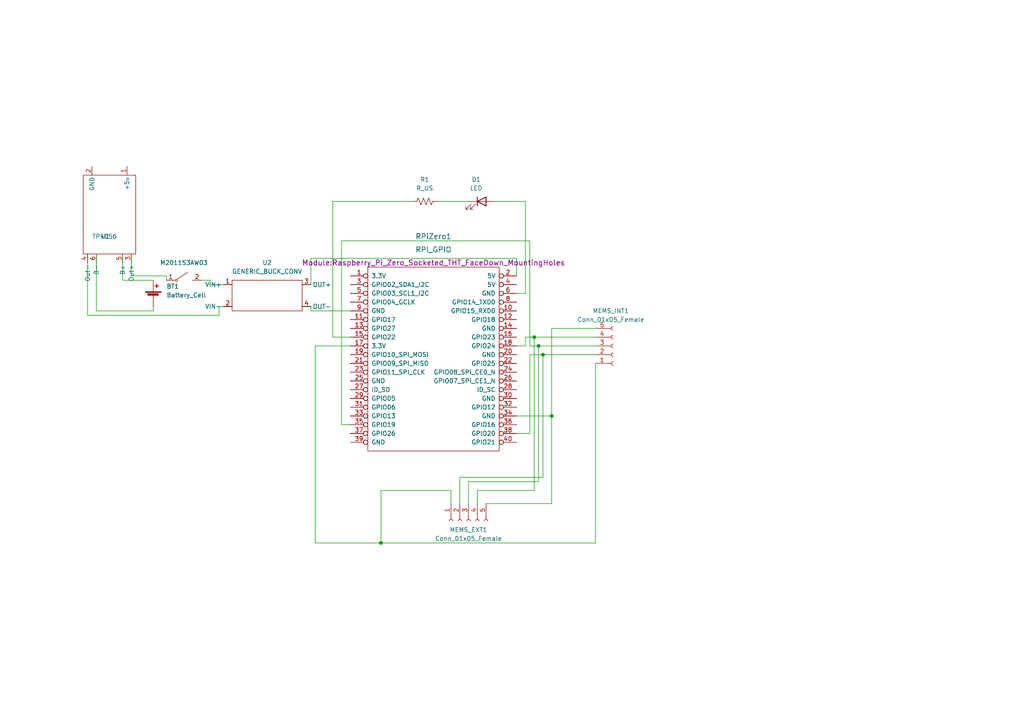
<source format=kicad_sch>
(kicad_sch (version 20211123) (generator eeschema)
  (paper "A4")
  (lib_symbols
    (symbol "Connector-ML:RPi_GPIO" (pin_names (offset 1.016))
      (property "Reference" "J" (at 19.05 6.35 0))
      (property "Value" "RPi_GPIO" (at 19.05 3.81 0))
      (symbol "RPi_GPIO_0_1"
        (rectangle (start 0 2.54) (end 38.1 -50.8))
      )
      (symbol "RPi_GPIO_1_1"
        (pin power_in inverted (at -5.08 0 0) (length 5.08) (name "3.3V") (number "1"))
        (pin bidirectional inverted (at 43.18 -10.16 180) (length 5.08) (name "GPIO15_RXD0") (number "10"))
        (pin bidirectional inverted (at -5.08 -12.7 0) (length 5.08) (name "GPIO17") (number "11"))
        (pin bidirectional inverted (at 43.18 -12.7 180) (length 5.08) (name "GPIO18") (number "12"))
        (pin bidirectional inverted (at -5.08 -15.24 0) (length 5.08) (name "GPIO27") (number "13"))
        (pin power_in inverted (at 43.18 -15.24 180) (length 5.08) (name "GND") (number "14"))
        (pin bidirectional inverted (at -5.08 -17.78 0) (length 5.08) (name "GPIO22") (number "15"))
        (pin bidirectional inverted (at 43.18 -17.78 180) (length 5.08) (name "GPIO23") (number "16"))
        (pin power_in inverted (at -5.08 -20.32 0) (length 5.08) (name "3.3V") (number "17"))
        (pin bidirectional inverted (at 43.18 -20.32 180) (length 5.08) (name "GPIO24") (number "18"))
        (pin bidirectional inverted (at -5.08 -22.86 0) (length 5.08) (name "GPIO10_SPI_MOSI") (number "19"))
        (pin power_in inverted (at 43.18 0 180) (length 5.08) (name "5V") (number "2"))
        (pin power_in inverted (at 43.18 -22.86 180) (length 5.08) (name "GND") (number "20"))
        (pin bidirectional inverted (at -5.08 -25.4 0) (length 5.08) (name "GPIO09_SPI_MISO") (number "21"))
        (pin bidirectional inverted (at 43.18 -25.4 180) (length 5.08) (name "GPIO25") (number "22"))
        (pin bidirectional inverted (at -5.08 -27.94 0) (length 5.08) (name "GPIO11_SPI_CLK") (number "23"))
        (pin bidirectional inverted (at 43.18 -27.94 180) (length 5.08) (name "GPIO08_SPI_CE0_N") (number "24"))
        (pin power_in inverted (at -5.08 -30.48 0) (length 5.08) (name "GND") (number "25"))
        (pin bidirectional inverted (at 43.18 -30.48 180) (length 5.08) (name "GPIO07_SPI_CE1_N") (number "26"))
        (pin bidirectional inverted (at -5.08 -33.02 0) (length 5.08) (name "ID_SD") (number "27"))
        (pin bidirectional inverted (at 43.18 -33.02 180) (length 5.08) (name "ID_SC") (number "28"))
        (pin bidirectional inverted (at -5.08 -35.56 0) (length 5.08) (name "GPIO05") (number "29"))
        (pin bidirectional inverted (at -5.08 -2.54 0) (length 5.08) (name "GPIO02_SDA1_I2C") (number "3"))
        (pin power_in inverted (at 43.18 -35.56 180) (length 5.08) (name "GND") (number "30"))
        (pin bidirectional inverted (at -5.08 -38.1 0) (length 5.08) (name "GPIO06") (number "31"))
        (pin bidirectional inverted (at 43.18 -38.1 180) (length 5.08) (name "GPIO12") (number "32"))
        (pin bidirectional inverted (at -5.08 -40.64 0) (length 5.08) (name "GPIO13") (number "33"))
        (pin power_in inverted (at 43.18 -40.64 180) (length 5.08) (name "GND") (number "34"))
        (pin bidirectional inverted (at -5.08 -43.18 0) (length 5.08) (name "GPIO19") (number "35"))
        (pin bidirectional inverted (at 43.18 -43.18 180) (length 5.08) (name "GPIO16") (number "36"))
        (pin bidirectional inverted (at -5.08 -45.72 0) (length 5.08) (name "GPIO26") (number "37"))
        (pin bidirectional inverted (at 43.18 -45.72 180) (length 5.08) (name "GPIO20") (number "38"))
        (pin power_in inverted (at -5.08 -48.26 0) (length 5.08) (name "GND") (number "39"))
        (pin power_in inverted (at 43.18 -2.54 180) (length 5.08) (name "5V") (number "4"))
        (pin bidirectional inverted (at 43.18 -48.26 180) (length 5.08) (name "GPIO21") (number "40"))
        (pin bidirectional inverted (at -5.08 -5.08 0) (length 5.08) (name "GPIO03_SCL1_I2C") (number "5"))
        (pin power_in inverted (at 43.18 -5.08 180) (length 5.08) (name "GND") (number "6"))
        (pin bidirectional inverted (at -5.08 -7.62 0) (length 5.08) (name "GPIO04_GCLK") (number "7"))
        (pin bidirectional inverted (at 43.18 -7.62 180) (length 5.08) (name "GPIO14_TXD0") (number "8"))
        (pin power_in inverted (at -5.08 -10.16 0) (length 5.08) (name "GND") (number "9"))
      )
    )
    (symbol "Connector:Conn_01x05_Female" (pin_names (offset 1.016) hide)
      (property "Reference" "J" (at 0 7.62 0))
      (property "Value" "Conn_01x05_Female" (at 0 -7.62 0))
      (symbol "Conn_01x05_Female_1_1"
        (arc (start 0 -4.572) (mid -0.508 -5.08) (end 0 -5.588) (stroke (width 0.1524)))
        (arc (start 0 -2.032) (mid -0.508 -2.54) (end 0 -3.048) (stroke (width 0.1524)))
        (polyline (pts (xy -1.27 -5.08) (xy -0.508 -5.08)) (stroke (width 0.1524)))
        (polyline (pts (xy -1.27 -2.54) (xy -0.508 -2.54)) (stroke (width 0.1524)))
        (polyline (pts (xy -1.27 0) (xy -0.508 0)) (stroke (width 0.1524)))
        (polyline (pts (xy -1.27 2.54) (xy -0.508 2.54)) (stroke (width 0.1524)))
        (polyline (pts (xy -1.27 5.08) (xy -0.508 5.08)) (stroke (width 0.1524)))
        (arc (start 0 0.508) (mid -0.508 0) (end 0 -0.508) (stroke (width 0.1524)))
        (arc (start 0 3.048) (mid -0.508 2.54) (end 0 2.032) (stroke (width 0.1524)))
        (arc (start 0 5.588) (mid -0.508 5.08) (end 0 4.572) (stroke (width 0.1524)))
        (pin passive line (at -5.08 5.08 0) (length 3.81) (name "Pin_1") (number "1"))
        (pin passive line (at -5.08 2.54 0) (length 3.81) (name "Pin_2") (number "2"))
        (pin passive line (at -5.08 0 0) (length 3.81) (name "Pin_3") (number "3"))
        (pin passive line (at -5.08 -2.54 0) (length 3.81) (name "Pin_4") (number "4"))
        (pin passive line (at -5.08 -5.08 0) (length 3.81) (name "Pin_5") (number "5"))
      )
    )
    (symbol "Device:Battery_Cell" (pin_numbers hide) (pin_names (offset 0) hide)
      (property "Reference" "BT" (at 2.54 2.54 0))
      (property "Value" "Battery_Cell" (at 2.54 0 0))
      (symbol "Battery_Cell_0_1"
        (rectangle (start -2.286 1.778) (end 2.286 1.524) (fill (type outline)))
        (rectangle (start -1.5748 1.1938) (end 1.4732 0.6858) (fill (type outline)))
        (polyline (pts (xy 0 0.762) (xy 0 0)))
        (polyline (pts (xy 0 1.778) (xy 0 2.54)))
        (polyline (pts (xy 0.508 3.429) (xy 1.524 3.429)) (stroke (width 0.254)))
        (polyline (pts (xy 1.016 3.937) (xy 1.016 2.921)) (stroke (width 0.254)))
      )
      (symbol "Battery_Cell_1_1"
        (pin passive line (at 0 5.08 270) (length 2.54) (name "+") (number "1"))
        (pin passive line (at 0 -2.54 90) (length 2.54) (name "-") (number "2"))
      )
    )
    (symbol "Device:LED" (pin_numbers hide) (pin_names (offset 1.016) hide)
      (property "Reference" "D" (at 0 2.54 0))
      (property "Value" "LED" (at 0 -2.54 0))
      (symbol "LED_0_1"
        (polyline (pts (xy -1.27 -1.27) (xy -1.27 1.27)) (stroke (width 0.254)))
        (polyline (pts (xy -1.27 0) (xy 1.27 0)))
        (polyline (pts (xy 1.27 -1.27) (xy 1.27 1.27) (xy -1.27 0) (xy 1.27 -1.27)) (stroke (width 0.254)))
        (polyline (pts (xy -3.048 -0.762) (xy -4.572 -2.286) (xy -3.81 -2.286) (xy -4.572 -2.286) (xy -4.572 -1.524)))
        (polyline (pts (xy -1.778 -0.762) (xy -3.302 -2.286) (xy -2.54 -2.286) (xy -3.302 -2.286) (xy -3.302 -1.524)))
      )
      (symbol "LED_1_1"
        (pin passive line (at -3.81 0 0) (length 2.54) (name "K") (number "1"))
        (pin passive line (at 3.81 0 180) (length 2.54) (name "A") (number "2"))
      )
    )
    (symbol "Device:R_US" (pin_numbers hide) (pin_names (offset 0))
      (property "Reference" "R" (at 2.54 0 90))
      (property "Value" "R_US" (at -2.54 0 90))
      (symbol "R_US_0_1"
        (polyline (pts (xy 0 -2.286) (xy 0 -2.54)))
        (polyline (pts (xy 0 2.286) (xy 0 2.54)))
        (polyline (pts (xy 0 -0.762) (xy 1.016 -1.143) (xy 0 -1.524) (xy -1.016 -1.905) (xy 0 -2.286)))
        (polyline (pts (xy 0 0.762) (xy 1.016 0.381) (xy 0 0) (xy -1.016 -0.381) (xy 0 -0.762)))
        (polyline (pts (xy 0 2.286) (xy 1.016 1.905) (xy 0 1.524) (xy -1.016 1.143) (xy 0 0.762)))
      )
      (symbol "R_US_1_1"
        (pin passive line (at 0 3.81 270) (length 1.27) (name "~") (number "1"))
        (pin passive line (at 0 -3.81 90) (length 1.27) (name "~") (number "2"))
      )
    )
    (symbol "custom_symbols:GENERIC_BUCK_CONV"
      (property "Reference" "U" (at 0 0 0))
      (property "Value" "GENERIC_BUCK_CONV" (at 0 -5.08 0))
      (symbol "GENERIC_BUCK_CONV_0_1"
        (rectangle (start 10.16 -3.81) (end -10.16 5.08))
      )
      (symbol "GENERIC_BUCK_CONV_1_1"
        (pin power_in line (at -10.16 3.81 180) (length 2.54) (name "VIN+") (number "1"))
        (pin power_in line (at -10.16 -2.54 180) (length 2.54) (name "VIN-") (number "2"))
        (pin power_out line (at 10.16 3.81 0) (length 2.54) (name "OUT+") (number "3"))
        (pin power_out line (at 10.16 -2.54 0) (length 2.54) (name "OUT-") (number "4"))
      )
    )
    (symbol "custom_symbols:TP4056"
      (property "Reference" "U1" (at 8.89 -2.5399 90))
      (property "Value" "TP4056" (at 8.89 -5.0799 90))
      (symbol "TP4056_0_1"
        (rectangle (start 13.97 -7.62) (end -8.89 7.62))
      )
      (symbol "TP4056_1_1"
        (pin power_out line (at -11.43 5.08 0) (length 2.54) (name "+5v") (number "1"))
        (pin power_out line (at -11.43 -5.08 0) (length 2.54) (name "GND") (number "2"))
        (pin power_out line (at 13.97 6.35 0) (length 2.54) (name "Out+") (number "3"))
        (pin power_out line (at 13.97 -6.35 0) (length 2.54) (name "Out-") (number "4"))
        (pin power_out line (at 13.97 3.81 0) (length 2.54) (name "B+") (number "5"))
        (pin power_out line (at 13.97 -3.81 0) (length 2.54) (name "B-") (number "6"))
      )
    )
    (symbol "getting_started:M2011S3AW03" (pin_names hide)
      (property "Value" "M2011S3AW03" (at 0 5.08 0))
      (symbol "M2011S3AW03_0_1"
        (circle (center -2.159 0) (radius 0.2973))
        (polyline (pts (xy -1.9558 0.2794) (xy 1.0668 2.3114)))
      )
      (symbol "M2011S3AW03_1_1"
        (pin passive line (at -5.08 0 0) (length 2.54) (name "A") (number "1"))
        (pin passive line (at 5.08 0 180) (length 2.54) (name "B") (number "2"))
      )
    )
  )
  (junction (at 110.49 157.48))
  (junction (at 157.48 102.87))
  (junction (at 154.94 97.79))
  (junction (at 160.02 120.65))
  (junction (at 156.21 100.33))
  (wire (pts (xy 99.06 123.19) (xy 101.6 123.19)))
  (wire (pts (xy 153.67 102.87) (xy 153.67 125.73)))
  (wire (pts (xy 90.17 74.93) (xy 90.17 82.55)))
  (wire (pts (xy 154.94 142.24) (xy 154.94 97.79)))
  (wire (pts (xy 127 58.42) (xy 135.89 58.42)))
  (wire (pts (xy 38.1 73.66) (xy 38.1 80.01)))
  (wire (pts (xy 60.96 82.55) (xy 67.31 82.55)))
  (wire (pts (xy 138.43 146.05) (xy 138.43 142.24)))
  (wire (pts (xy 153.67 69.85) (xy 99.06 69.85)))
  (wire (pts (xy 130.81 142.24) (xy 130.81 146.05)))
  (wire (pts (xy 58.42 81.28) (xy 60.96 81.28)))
  (wire (pts (xy 130.81 142.24) (xy 110.49 142.24)))
  (wire (pts (xy 63.5 88.9) (xy 63.5 91.44)))
  (wire (pts (xy 87.63 88.9) (xy 90.17 88.9)))
  (wire (pts (xy 157.48 138.43) (xy 157.48 102.87)))
  (wire (pts (xy 90.17 88.9) (xy 90.17 90.17)))
  (wire (pts (xy 156.21 139.7) (xy 156.21 100.33)))
  (wire (pts (xy 152.4 97.79) (xy 152.4 100.33)))
  (wire (pts (xy 27.94 73.66) (xy 27.94 90.17)))
  (wire (pts (xy 172.72 100.33) (xy 156.21 100.33)))
  (wire (pts (xy 35.56 81.28) (xy 44.45 81.28)))
  (wire (pts (xy 156.21 100.33) (xy 153.67 100.33)))
  (wire (pts (xy 63.5 91.44) (xy 25.4 91.44)))
  (wire (pts (xy 149.86 120.65) (xy 160.02 120.65)))
  (wire (pts (xy 153.67 100.33) (xy 153.67 69.85)))
  (wire (pts (xy 152.4 58.42) (xy 152.4 85.09)))
  (wire (pts (xy 67.31 88.9) (xy 63.5 88.9)))
  (wire (pts (xy 153.67 102.87) (xy 157.48 102.87)))
  (wire (pts (xy 44.45 88.9) (xy 44.45 90.17)))
  (wire (pts (xy 133.35 138.43) (xy 157.48 138.43)))
  (wire (pts (xy 133.35 146.05) (xy 133.35 138.43)))
  (wire (pts (xy 154.94 97.79) (xy 152.4 97.79)))
  (wire (pts (xy 25.4 73.66) (xy 25.4 91.44)))
  (wire (pts (xy 90.17 74.93) (xy 149.86 74.93)))
  (wire (pts (xy 153.67 125.73) (xy 149.86 125.73)))
  (wire (pts (xy 160.02 95.25) (xy 172.72 95.25)))
  (wire (pts (xy 91.44 100.33) (xy 91.44 157.48)))
  (wire (pts (xy 90.17 90.17) (xy 101.6 90.17)))
  (wire (pts (xy 135.89 146.05) (xy 135.89 139.7)))
  (wire (pts (xy 99.06 69.85) (xy 99.06 123.19)))
  (wire (pts (xy 138.43 142.24) (xy 154.94 142.24)))
  (wire (pts (xy 101.6 100.33) (xy 91.44 100.33)))
  (wire (pts (xy 27.94 90.17) (xy 44.45 90.17)))
  (wire (pts (xy 101.6 97.79) (xy 96.52 97.79)))
  (wire (pts (xy 87.63 82.55) (xy 90.17 82.55)))
  (wire (pts (xy 96.52 97.79) (xy 96.52 58.42)))
  (wire (pts (xy 35.56 73.66) (xy 35.56 81.28)))
  (wire (pts (xy 172.72 97.79) (xy 154.94 97.79)))
  (wire (pts (xy 60.96 81.28) (xy 60.96 82.55)))
  (wire (pts (xy 48.26 81.28) (xy 48.26 80.01)))
  (wire (pts (xy 152.4 100.33) (xy 149.86 100.33)))
  (wire (pts (xy 149.86 74.93) (xy 149.86 80.01)))
  (wire (pts (xy 157.48 102.87) (xy 172.72 102.87)))
  (wire (pts (xy 160.02 120.65) (xy 160.02 95.25)))
  (wire (pts (xy 96.52 58.42) (xy 119.38 58.42)))
  (wire (pts (xy 91.44 157.48) (xy 110.49 157.48)))
  (wire (pts (xy 160.02 146.05) (xy 140.97 146.05)))
  (wire (pts (xy 160.02 120.65) (xy 160.02 146.05)))
  (wire (pts (xy 110.49 157.48) (xy 172.72 157.48)))
  (wire (pts (xy 135.89 139.7) (xy 156.21 139.7)))
  (wire (pts (xy 143.51 58.42) (xy 152.4 58.42)))
  (wire (pts (xy 110.49 142.24) (xy 110.49 157.48)))
  (wire (pts (xy 172.72 105.41) (xy 172.72 157.48)))
  (wire (pts (xy 152.4 85.09) (xy 149.86 85.09)))
  (wire (pts (xy 48.26 80.01) (xy 38.1 80.01)))
  (symbol (lib_id "custom_symbols:TP4056") (at 31.75 59.69 270) (unit 1)
    (property "Reference" "U1" (at 29.2101 68.58 90) (effects (justify left)))
    (property "Value" "TP4056" (at 26.6701 68.58 90) (effects (justify left)))
    (property "Footprint" "custom_footprints:TP4056" (effects hide))
  )
  (symbol (lib_id "Connector:Conn_01x05_Female") (at 177.8 100.33 0) (mirror x) (unit 1)
    (property "Reference" "MEMS_INT1" (at 177.165 90.17 0))
    (property "Value" "Conn_01x05_Female" (at 177.165 92.71 0))
    (property "Footprint" "Connector_PinSocket_2.00mm:PinSocket_1x05_P2.00mm_Vertical" (effects hide))
  )
  (symbol (lib_id "Device:LED") (at 139.7 58.42 0) (unit 1)
    (property "Reference" "D1" (at 138.1125 52.07 0))
    (property "Value" "LED" (at 138.1125 54.61 0))
    (property "Footprint" "LED_THT:LED_D3.0mm" (effects hide))
  )
  (symbol (lib_id "Connector-ML:RPi_GPIO") (at 106.68 80.01 0) (unit 1)
    (property "Reference" "RPiZero1" (at 125.73 68.58 0) (effects (font (size 1.524 1.524))))
    (property "Value" "RPi_GPIO" (at 125.73 72.39 0) (effects (font (size 1.524 1.524))))
    (property "Footprint" "Module:Raspberry_Pi_Zero_Socketed_THT_FaceDown_MountingHoles" (at 125.73 76.2 0) (effects (font (size 1.524 1.524))))
  )
  (symbol (lib_id "Device:Battery_Cell") (at 44.45 86.36 0) (unit 1)
    (property "Reference" "BT1" (at 48.26 83.0579 0) (effects (justify left)))
    (property "Value" "Battery_Cell" (at 48.26 85.5979 0) (effects (justify left)))
    (property "Footprint" "Connector_PinSocket_2.00mm:PinSocket_1x02_P2.00mm_Vertical" (effects hide))
  )
  (symbol (lib_id "getting_started:M2011S3AW03") (at 53.34 81.28 0) (unit 1)
    (property "Reference" "SW1" (effects hide))
    (property "Value" "M2011S3AW03" (at 53.34 76.2 0))
    (property "Footprint" "Connector_PinSocket_2.00mm:PinSocket_1x02_P2.00mm_Vertical" (effects hide))
  )
  (symbol (lib_id "Connector:Conn_01x05_Female") (at 135.89 151.13 90) (mirror x) (unit 1)
    (property "Reference" "MEMS_EXT1" (at 135.89 153.67 90))
    (property "Value" "Conn_01x05_Female" (at 135.89 156.21 90))
    (property "Footprint" "Connector_PinSocket_2.00mm:PinSocket_1x05_P2.00mm_Vertical" (effects hide))
  )
  (symbol (lib_id "Device:R_US") (at 123.19 58.42 90) (unit 1)
    (property "Reference" "R1" (at 123.19 52.07 90))
    (property "Value" "R_US" (at 123.19 54.61 90))
    (property "Footprint" "Resistor_THT:R_Axial_DIN0207_L6.3mm_D2.5mm_P7.62mm_Horizontal" (effects hide))
  )
  (symbol (lib_id "custom_symbols:GENERIC_BUCK_CONV") (at 77.47 86.36 0) (unit 1)
    (property "Reference" "U2" (at 77.47 76.2 0))
    (property "Value" "GENERIC_BUCK_CONV" (at 77.47 78.74 0))
    (property "Footprint" "custom_footprints:GENERIC_BUCK_CONV" (effects hide))
  )
)
</source>
